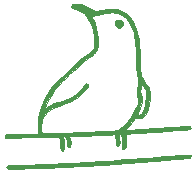
<source format=gbr>
%TF.GenerationSoftware,KiCad,Pcbnew,(5.1.9-0-10_14)*%
%TF.CreationDate,2021-04-19T01:19:29-05:00*%
%TF.ProjectId,wren-left-bottom,7772656e-2d6c-4656-9674-2d626f74746f,rev?*%
%TF.SameCoordinates,Original*%
%TF.FileFunction,Legend,Top*%
%TF.FilePolarity,Positive*%
%FSLAX46Y46*%
G04 Gerber Fmt 4.6, Leading zero omitted, Abs format (unit mm)*
G04 Created by KiCad (PCBNEW (5.1.9-0-10_14)) date 2021-04-19 01:19:29*
%MOMM*%
%LPD*%
G01*
G04 APERTURE LIST*
%ADD10C,0.010000*%
G04 APERTURE END LIST*
D10*
%TO.C,G\u002A\u002A\u002A*%
G36*
X249175445Y-83604162D02*
G01*
X249229937Y-83661970D01*
X249234527Y-83750313D01*
X249193493Y-83834668D01*
X249142250Y-83871913D01*
X249083113Y-83882327D01*
X248946187Y-83898266D01*
X248738129Y-83919204D01*
X248465600Y-83944617D01*
X248135259Y-83973979D01*
X247753767Y-84006766D01*
X247327781Y-84042451D01*
X246863963Y-84080509D01*
X246368972Y-84120416D01*
X245849467Y-84161645D01*
X245312108Y-84203672D01*
X244763555Y-84245972D01*
X244210467Y-84288019D01*
X243659504Y-84329287D01*
X243117326Y-84369252D01*
X242590591Y-84407389D01*
X242085961Y-84443171D01*
X241610094Y-84476075D01*
X241169650Y-84505573D01*
X240834333Y-84527185D01*
X240445650Y-84550553D01*
X240005665Y-84575004D01*
X239524296Y-84600127D01*
X239011460Y-84625509D01*
X238477074Y-84650738D01*
X237931054Y-84675399D01*
X237383318Y-84699082D01*
X236843782Y-84721374D01*
X236322363Y-84741861D01*
X235828979Y-84760131D01*
X235373547Y-84775771D01*
X234965982Y-84788370D01*
X234616203Y-84797513D01*
X234334126Y-84802789D01*
X234182600Y-84803960D01*
X233958549Y-84801197D01*
X233805962Y-84791574D01*
X233711802Y-84773579D01*
X233663034Y-84745701D01*
X233661079Y-84743456D01*
X233630955Y-84656199D01*
X233668869Y-84574900D01*
X233759411Y-84519833D01*
X233840239Y-84507708D01*
X234005632Y-84505537D01*
X234246390Y-84499656D01*
X234553312Y-84490445D01*
X234917195Y-84478285D01*
X235328836Y-84463555D01*
X235779034Y-84446635D01*
X236258586Y-84427906D01*
X236758290Y-84407746D01*
X237268944Y-84386536D01*
X237781345Y-84364656D01*
X238286290Y-84342486D01*
X238774579Y-84320406D01*
X239237008Y-84298794D01*
X239664375Y-84278033D01*
X240047478Y-84258501D01*
X240377114Y-84240578D01*
X240538000Y-84231200D01*
X240904972Y-84208134D01*
X241346668Y-84178684D01*
X241853444Y-84143571D01*
X242415655Y-84103511D01*
X243023657Y-84059222D01*
X243667806Y-84011423D01*
X244338457Y-83960831D01*
X245025966Y-83908165D01*
X245720688Y-83854142D01*
X246412980Y-83799480D01*
X247093196Y-83744898D01*
X247344528Y-83724488D01*
X247724472Y-83694198D01*
X248079372Y-83667192D01*
X248400094Y-83644070D01*
X248677505Y-83625434D01*
X248902473Y-83611882D01*
X249065864Y-83604016D01*
X249158545Y-83602435D01*
X249175445Y-83604162D01*
G37*
X249175445Y-83604162D02*
X249229937Y-83661970D01*
X249234527Y-83750313D01*
X249193493Y-83834668D01*
X249142250Y-83871913D01*
X249083113Y-83882327D01*
X248946187Y-83898266D01*
X248738129Y-83919204D01*
X248465600Y-83944617D01*
X248135259Y-83973979D01*
X247753767Y-84006766D01*
X247327781Y-84042451D01*
X246863963Y-84080509D01*
X246368972Y-84120416D01*
X245849467Y-84161645D01*
X245312108Y-84203672D01*
X244763555Y-84245972D01*
X244210467Y-84288019D01*
X243659504Y-84329287D01*
X243117326Y-84369252D01*
X242590591Y-84407389D01*
X242085961Y-84443171D01*
X241610094Y-84476075D01*
X241169650Y-84505573D01*
X240834333Y-84527185D01*
X240445650Y-84550553D01*
X240005665Y-84575004D01*
X239524296Y-84600127D01*
X239011460Y-84625509D01*
X238477074Y-84650738D01*
X237931054Y-84675399D01*
X237383318Y-84699082D01*
X236843782Y-84721374D01*
X236322363Y-84741861D01*
X235828979Y-84760131D01*
X235373547Y-84775771D01*
X234965982Y-84788370D01*
X234616203Y-84797513D01*
X234334126Y-84802789D01*
X234182600Y-84803960D01*
X233958549Y-84801197D01*
X233805962Y-84791574D01*
X233711802Y-84773579D01*
X233663034Y-84745701D01*
X233661079Y-84743456D01*
X233630955Y-84656199D01*
X233668869Y-84574900D01*
X233759411Y-84519833D01*
X233840239Y-84507708D01*
X234005632Y-84505537D01*
X234246390Y-84499656D01*
X234553312Y-84490445D01*
X234917195Y-84478285D01*
X235328836Y-84463555D01*
X235779034Y-84446635D01*
X236258586Y-84427906D01*
X236758290Y-84407746D01*
X237268944Y-84386536D01*
X237781345Y-84364656D01*
X238286290Y-84342486D01*
X238774579Y-84320406D01*
X239237008Y-84298794D01*
X239664375Y-84278033D01*
X240047478Y-84258501D01*
X240377114Y-84240578D01*
X240538000Y-84231200D01*
X240904972Y-84208134D01*
X241346668Y-84178684D01*
X241853444Y-84143571D01*
X242415655Y-84103511D01*
X243023657Y-84059222D01*
X243667806Y-84011423D01*
X244338457Y-83960831D01*
X245025966Y-83908165D01*
X245720688Y-83854142D01*
X246412980Y-83799480D01*
X247093196Y-83744898D01*
X247344528Y-83724488D01*
X247724472Y-83694198D01*
X248079372Y-83667192D01*
X248400094Y-83644070D01*
X248677505Y-83625434D01*
X248902473Y-83611882D01*
X249065864Y-83604016D01*
X249158545Y-83602435D01*
X249175445Y-83604162D01*
G36*
X239582811Y-70840106D02*
G01*
X239639674Y-70842675D01*
X239781355Y-70850666D01*
X239895814Y-70863175D01*
X240000782Y-70886124D01*
X240113986Y-70925439D01*
X240253156Y-70987042D01*
X240436022Y-71076857D01*
X240620675Y-71170451D01*
X241229768Y-71480446D01*
X241726629Y-71367146D01*
X242166347Y-71284523D01*
X242551783Y-71253387D01*
X242897621Y-71276116D01*
X243218547Y-71355086D01*
X243529246Y-71492676D01*
X243844404Y-71691262D01*
X243877817Y-71715359D01*
X244096794Y-71920957D01*
X244298808Y-72203395D01*
X244480181Y-72555894D01*
X244637230Y-72971675D01*
X244725533Y-73276549D01*
X244785880Y-73565711D01*
X244838510Y-73935270D01*
X244883052Y-74381279D01*
X244919134Y-74899786D01*
X244946386Y-75486844D01*
X244953614Y-75702683D01*
X244964255Y-76041806D01*
X244973878Y-76307900D01*
X244983697Y-76512577D01*
X244994929Y-76667445D01*
X245008788Y-76784114D01*
X245026490Y-76874194D01*
X245049250Y-76949294D01*
X245078282Y-77021025D01*
X245095631Y-77059474D01*
X245183926Y-77219156D01*
X245303715Y-77395226D01*
X245406152Y-77522712D01*
X245570410Y-77724057D01*
X245680377Y-77907470D01*
X245745504Y-78099192D01*
X245775245Y-78325465D01*
X245779809Y-78560083D01*
X245758145Y-78934317D01*
X245703811Y-79305476D01*
X245621531Y-79654112D01*
X245516027Y-79960781D01*
X245392021Y-80206035D01*
X245373011Y-80235013D01*
X245237504Y-80401375D01*
X245093753Y-80497945D01*
X244916038Y-80537773D01*
X244772831Y-80539520D01*
X244505813Y-80529291D01*
X244205285Y-80905644D01*
X244070290Y-81069930D01*
X243940066Y-81220114D01*
X243831591Y-81337049D01*
X243773880Y-81392124D01*
X243643003Y-81502250D01*
X243847335Y-81502177D01*
X243952909Y-81499220D01*
X244133706Y-81490785D01*
X244380500Y-81477458D01*
X244684064Y-81459825D01*
X245035174Y-81438470D01*
X245424602Y-81413980D01*
X245843122Y-81386940D01*
X246281508Y-81357935D01*
X246730534Y-81327550D01*
X247180975Y-81296372D01*
X247623603Y-81264986D01*
X247895487Y-81245282D01*
X248210224Y-81223204D01*
X248499062Y-81204739D01*
X248750770Y-81190463D01*
X248954118Y-81180950D01*
X249097874Y-81176776D01*
X249170808Y-81178517D01*
X249176071Y-81179686D01*
X249222081Y-81235662D01*
X249236255Y-81327976D01*
X249216143Y-81413568D01*
X249190947Y-81441357D01*
X249137357Y-81451656D01*
X249007014Y-81466555D01*
X248807672Y-81485471D01*
X248547086Y-81507821D01*
X248233010Y-81533022D01*
X247873199Y-81560491D01*
X247475408Y-81589645D01*
X247047390Y-81619901D01*
X246596900Y-81650676D01*
X246131693Y-81681387D01*
X245659524Y-81711452D01*
X245321666Y-81732245D01*
X245007472Y-81751588D01*
X244705602Y-81770727D01*
X244431224Y-81788657D01*
X244199504Y-81804375D01*
X244025611Y-81816876D01*
X243941466Y-81823608D01*
X243661933Y-81848260D01*
X243723780Y-82024505D01*
X243757502Y-82176254D01*
X243777178Y-82378683D01*
X243782091Y-82598863D01*
X243771524Y-82803865D01*
X243744763Y-82960757D01*
X243744184Y-82962750D01*
X243701060Y-83054943D01*
X243626869Y-83087667D01*
X243582954Y-83089750D01*
X243459000Y-83089750D01*
X243458784Y-82624083D01*
X243448129Y-82326724D01*
X243417235Y-82097444D01*
X243367253Y-81940268D01*
X243299335Y-81859217D01*
X243237548Y-81850756D01*
X243181802Y-81891988D01*
X243177732Y-81928097D01*
X243187458Y-81997409D01*
X243199666Y-82126171D01*
X243212043Y-82289305D01*
X243214587Y-82327750D01*
X243223156Y-82503540D01*
X243219036Y-82618595D01*
X243198784Y-82696338D01*
X243158958Y-82760194D01*
X243149257Y-82772250D01*
X243078287Y-82841806D01*
X243018489Y-82847680D01*
X242985402Y-82831173D01*
X242945004Y-82791020D01*
X242920209Y-82718648D01*
X242906896Y-82595270D01*
X242901802Y-82450173D01*
X242892544Y-82272736D01*
X242874461Y-82113507D01*
X242851238Y-82003690D01*
X242848043Y-81994695D01*
X242801148Y-81873307D01*
X242410407Y-81900506D01*
X242297951Y-81907263D01*
X242117603Y-81916801D01*
X241881344Y-81928582D01*
X241601151Y-81942069D01*
X241289005Y-81956723D01*
X240956885Y-81972005D01*
X240616771Y-81987379D01*
X240280642Y-82002306D01*
X239960476Y-82016247D01*
X239668255Y-82028665D01*
X239415956Y-82039022D01*
X239215560Y-82046780D01*
X239079046Y-82051401D01*
X239026743Y-82052483D01*
X238983341Y-82059971D01*
X238978317Y-82096961D01*
X239010402Y-82185507D01*
X239018023Y-82203850D01*
X239055483Y-82342277D01*
X239071910Y-82509356D01*
X239068488Y-82680094D01*
X239046403Y-82829502D01*
X239006840Y-82932587D01*
X238982250Y-82958114D01*
X238888871Y-82989441D01*
X238822388Y-82946780D01*
X238781112Y-82827546D01*
X238763351Y-82629151D01*
X238763184Y-82622785D01*
X238739731Y-82373664D01*
X238684681Y-82192827D01*
X238599996Y-82084524D01*
X238500383Y-82052583D01*
X238424196Y-82063395D01*
X238415064Y-82106001D01*
X238422755Y-82126666D01*
X238503190Y-82370787D01*
X238545645Y-82624080D01*
X238549311Y-82864261D01*
X238513380Y-83069047D01*
X238461175Y-83184159D01*
X238397875Y-83262083D01*
X238337735Y-83272023D01*
X238274177Y-83239437D01*
X238242625Y-83197373D01*
X238222922Y-83109966D01*
X238212980Y-82962972D01*
X238210677Y-82806168D01*
X238202436Y-82559358D01*
X238177592Y-82378175D01*
X238136630Y-82251002D01*
X238063594Y-82089589D01*
X236654963Y-82124002D01*
X236265752Y-82132804D01*
X235857710Y-82140774D01*
X235450628Y-82147613D01*
X235064297Y-82153022D01*
X234718508Y-82156703D01*
X234433051Y-82158355D01*
X234378500Y-82158416D01*
X233510666Y-82158416D01*
X233497248Y-82041759D01*
X233505909Y-81944118D01*
X233540734Y-81903265D01*
X233595676Y-81896988D01*
X233724656Y-81889461D01*
X233917062Y-81881083D01*
X234162280Y-81872252D01*
X234449698Y-81863364D01*
X234768705Y-81854819D01*
X234945913Y-81850589D01*
X236294187Y-81819750D01*
X236286576Y-81345275D01*
X236288802Y-81299361D01*
X236595139Y-81299361D01*
X236604744Y-81519133D01*
X236632025Y-81811184D01*
X237547845Y-81783171D01*
X237855907Y-81773410D01*
X238223414Y-81761219D01*
X238625209Y-81747467D01*
X239036136Y-81733021D01*
X239431037Y-81718750D01*
X239649000Y-81710663D01*
X240037452Y-81695490D01*
X240470822Y-81677567D01*
X240920245Y-81658153D01*
X241356862Y-81638506D01*
X241751809Y-81619887D01*
X241920741Y-81611551D01*
X242252805Y-81594577D01*
X242511726Y-81580101D01*
X242708931Y-81566622D01*
X242855852Y-81552639D01*
X242963914Y-81536653D01*
X243044549Y-81517161D01*
X243109184Y-81492664D01*
X243169249Y-81461661D01*
X243200766Y-81443469D01*
X243428916Y-81279004D01*
X243673686Y-81047433D01*
X243923804Y-80761587D01*
X244167999Y-80434300D01*
X244305514Y-80219498D01*
X244707833Y-80219498D01*
X244745010Y-80227926D01*
X244836947Y-80226140D01*
X244862377Y-80224222D01*
X245014023Y-80179913D01*
X245095064Y-80105250D01*
X245189057Y-79936934D01*
X245274879Y-79707632D01*
X245349339Y-79436625D01*
X245409247Y-79143193D01*
X245451413Y-78846618D01*
X245472647Y-78566179D01*
X245469757Y-78321158D01*
X245439555Y-78130834D01*
X245427697Y-78094935D01*
X245381199Y-78005344D01*
X245307218Y-77893672D01*
X245222978Y-77782412D01*
X245145704Y-77694055D01*
X245092620Y-77651093D01*
X245086894Y-77649916D01*
X245066713Y-77688474D01*
X245040895Y-77790403D01*
X245014491Y-77935085D01*
X245010348Y-77962183D01*
X244987673Y-78153775D01*
X244987746Y-78301175D01*
X245011762Y-78442067D01*
X245027470Y-78501933D01*
X245088680Y-78753958D01*
X245115741Y-78970828D01*
X245106062Y-79174962D01*
X245057054Y-79388778D01*
X244966129Y-79634697D01*
X244872187Y-79846526D01*
X244800374Y-80003495D01*
X244744476Y-80129114D01*
X244712433Y-80205368D01*
X244707833Y-80219498D01*
X244305514Y-80219498D01*
X244385328Y-80094827D01*
X244562772Y-79778528D01*
X244688230Y-79512092D01*
X244765026Y-79281279D01*
X244796489Y-79071853D01*
X244785943Y-78869573D01*
X244736716Y-78660203D01*
X244727351Y-78630813D01*
X244677587Y-78362629D01*
X244683738Y-78039725D01*
X244745464Y-77670650D01*
X244769652Y-77571735D01*
X244803987Y-77428432D01*
X244815815Y-77323095D01*
X244803675Y-77220416D01*
X244766108Y-77085088D01*
X244747022Y-77024545D01*
X244719416Y-76929560D01*
X244697145Y-76829147D01*
X244679222Y-76711589D01*
X244664657Y-76565168D01*
X244652461Y-76378167D01*
X244641645Y-76138867D01*
X244631220Y-75835553D01*
X244622933Y-75554416D01*
X244605385Y-75048049D01*
X244582649Y-74613647D01*
X244553297Y-74238589D01*
X244515896Y-73910258D01*
X244469019Y-73616033D01*
X244411234Y-73343296D01*
X244343327Y-73087056D01*
X244199300Y-72679697D01*
X244021624Y-72344450D01*
X243804104Y-72073335D01*
X243540548Y-71858372D01*
X243278372Y-71715052D01*
X243039089Y-71623904D01*
X242799877Y-71572554D01*
X242542870Y-71560506D01*
X242250203Y-71587266D01*
X241904009Y-71652338D01*
X241808000Y-71674300D01*
X241579757Y-71726160D01*
X241359223Y-71773056D01*
X241170792Y-71809998D01*
X241038859Y-71831997D01*
X241033779Y-71832667D01*
X240912068Y-71853041D01*
X240836148Y-71874820D01*
X240822355Y-71887671D01*
X240847247Y-71936303D01*
X240899485Y-72036624D01*
X240957092Y-72146583D01*
X241114551Y-72498001D01*
X241241321Y-72885294D01*
X241334249Y-73289158D01*
X241390179Y-73690290D01*
X241405957Y-74069388D01*
X241378428Y-74407148D01*
X241349392Y-74547049D01*
X241290692Y-74706278D01*
X241207778Y-74856481D01*
X241169476Y-74907341D01*
X241123649Y-74958949D01*
X241074651Y-75009721D01*
X241013861Y-75066943D01*
X240932653Y-75137904D01*
X240822405Y-75229889D01*
X240674493Y-75350187D01*
X240480294Y-75506085D01*
X240231184Y-75704870D01*
X240135833Y-75780824D01*
X239878687Y-75992774D01*
X239586560Y-76245520D01*
X239275378Y-76524292D01*
X238961068Y-76814320D01*
X238659560Y-77100833D01*
X238386779Y-77369062D01*
X238158654Y-77604235D01*
X238093125Y-77675105D01*
X237701609Y-78143095D01*
X237378746Y-78615208D01*
X237110413Y-79113370D01*
X236985840Y-79394581D01*
X236919826Y-79556237D01*
X236868286Y-79686603D01*
X236838418Y-79767258D01*
X236833833Y-79783656D01*
X236864718Y-79770247D01*
X236947029Y-79715533D01*
X237065246Y-79630045D01*
X237112932Y-79594273D01*
X237393450Y-79398312D01*
X237649808Y-79258079D01*
X237907922Y-79161035D01*
X238113974Y-79109924D01*
X238567960Y-78978943D01*
X239009711Y-78779432D01*
X239423509Y-78521775D01*
X239793633Y-78216356D01*
X240104366Y-77873562D01*
X240210964Y-77724600D01*
X240315135Y-77605230D01*
X240413786Y-77568843D01*
X240505133Y-77615977D01*
X240519528Y-77631996D01*
X240543939Y-77706179D01*
X240514276Y-77810675D01*
X240427318Y-77950505D01*
X240279848Y-78130690D01*
X240068645Y-78356251D01*
X240030000Y-78395594D01*
X239675144Y-78718596D01*
X239304675Y-78979202D01*
X238901227Y-79186789D01*
X238447437Y-79350735D01*
X238085112Y-79445797D01*
X237841131Y-79529082D01*
X237578165Y-79664581D01*
X237316009Y-79837661D01*
X237074455Y-80033688D01*
X236873298Y-80238027D01*
X236732332Y-80436043D01*
X236723608Y-80452408D01*
X236671296Y-80600866D01*
X236630574Y-80808320D01*
X236604252Y-81049557D01*
X236595139Y-81299361D01*
X236288802Y-81299361D01*
X236318093Y-80695252D01*
X236432791Y-80054808D01*
X236629427Y-79427101D01*
X236906759Y-78815289D01*
X237263544Y-78222531D01*
X237698540Y-77651986D01*
X237773318Y-77565250D01*
X238015914Y-77301582D01*
X238311511Y-77001649D01*
X238644920Y-76679375D01*
X239000954Y-76348684D01*
X239364425Y-76023499D01*
X239720146Y-75717744D01*
X240052930Y-75445343D01*
X240262833Y-75282913D01*
X240535567Y-75071670D01*
X240742593Y-74896024D01*
X240891382Y-74748996D01*
X240989408Y-74623605D01*
X241014599Y-74580750D01*
X241054223Y-74452162D01*
X241077322Y-74260194D01*
X241084234Y-74024440D01*
X241075295Y-73764490D01*
X241050842Y-73499936D01*
X241011210Y-73250370D01*
X240990106Y-73154677D01*
X240847069Y-72672041D01*
X240668911Y-72263510D01*
X240451876Y-71924547D01*
X240192210Y-71650614D01*
X239886161Y-71437176D01*
X239529973Y-71279694D01*
X239406597Y-71240896D01*
X239223740Y-71171555D01*
X239119154Y-71092803D01*
X239094880Y-71007488D01*
X239152959Y-70918459D01*
X239166997Y-70906492D01*
X239228099Y-70866674D01*
X239303471Y-70844268D01*
X239414559Y-70836377D01*
X239582811Y-70840106D01*
G37*
X239582811Y-70840106D02*
X239639674Y-70842675D01*
X239781355Y-70850666D01*
X239895814Y-70863175D01*
X240000782Y-70886124D01*
X240113986Y-70925439D01*
X240253156Y-70987042D01*
X240436022Y-71076857D01*
X240620675Y-71170451D01*
X241229768Y-71480446D01*
X241726629Y-71367146D01*
X242166347Y-71284523D01*
X242551783Y-71253387D01*
X242897621Y-71276116D01*
X243218547Y-71355086D01*
X243529246Y-71492676D01*
X243844404Y-71691262D01*
X243877817Y-71715359D01*
X244096794Y-71920957D01*
X244298808Y-72203395D01*
X244480181Y-72555894D01*
X244637230Y-72971675D01*
X244725533Y-73276549D01*
X244785880Y-73565711D01*
X244838510Y-73935270D01*
X244883052Y-74381279D01*
X244919134Y-74899786D01*
X244946386Y-75486844D01*
X244953614Y-75702683D01*
X244964255Y-76041806D01*
X244973878Y-76307900D01*
X244983697Y-76512577D01*
X244994929Y-76667445D01*
X245008788Y-76784114D01*
X245026490Y-76874194D01*
X245049250Y-76949294D01*
X245078282Y-77021025D01*
X245095631Y-77059474D01*
X245183926Y-77219156D01*
X245303715Y-77395226D01*
X245406152Y-77522712D01*
X245570410Y-77724057D01*
X245680377Y-77907470D01*
X245745504Y-78099192D01*
X245775245Y-78325465D01*
X245779809Y-78560083D01*
X245758145Y-78934317D01*
X245703811Y-79305476D01*
X245621531Y-79654112D01*
X245516027Y-79960781D01*
X245392021Y-80206035D01*
X245373011Y-80235013D01*
X245237504Y-80401375D01*
X245093753Y-80497945D01*
X244916038Y-80537773D01*
X244772831Y-80539520D01*
X244505813Y-80529291D01*
X244205285Y-80905644D01*
X244070290Y-81069930D01*
X243940066Y-81220114D01*
X243831591Y-81337049D01*
X243773880Y-81392124D01*
X243643003Y-81502250D01*
X243847335Y-81502177D01*
X243952909Y-81499220D01*
X244133706Y-81490785D01*
X244380500Y-81477458D01*
X244684064Y-81459825D01*
X245035174Y-81438470D01*
X245424602Y-81413980D01*
X245843122Y-81386940D01*
X246281508Y-81357935D01*
X246730534Y-81327550D01*
X247180975Y-81296372D01*
X247623603Y-81264986D01*
X247895487Y-81245282D01*
X248210224Y-81223204D01*
X248499062Y-81204739D01*
X248750770Y-81190463D01*
X248954118Y-81180950D01*
X249097874Y-81176776D01*
X249170808Y-81178517D01*
X249176071Y-81179686D01*
X249222081Y-81235662D01*
X249236255Y-81327976D01*
X249216143Y-81413568D01*
X249190947Y-81441357D01*
X249137357Y-81451656D01*
X249007014Y-81466555D01*
X248807672Y-81485471D01*
X248547086Y-81507821D01*
X248233010Y-81533022D01*
X247873199Y-81560491D01*
X247475408Y-81589645D01*
X247047390Y-81619901D01*
X246596900Y-81650676D01*
X246131693Y-81681387D01*
X245659524Y-81711452D01*
X245321666Y-81732245D01*
X245007472Y-81751588D01*
X244705602Y-81770727D01*
X244431224Y-81788657D01*
X244199504Y-81804375D01*
X244025611Y-81816876D01*
X243941466Y-81823608D01*
X243661933Y-81848260D01*
X243723780Y-82024505D01*
X243757502Y-82176254D01*
X243777178Y-82378683D01*
X243782091Y-82598863D01*
X243771524Y-82803865D01*
X243744763Y-82960757D01*
X243744184Y-82962750D01*
X243701060Y-83054943D01*
X243626869Y-83087667D01*
X243582954Y-83089750D01*
X243459000Y-83089750D01*
X243458784Y-82624083D01*
X243448129Y-82326724D01*
X243417235Y-82097444D01*
X243367253Y-81940268D01*
X243299335Y-81859217D01*
X243237548Y-81850756D01*
X243181802Y-81891988D01*
X243177732Y-81928097D01*
X243187458Y-81997409D01*
X243199666Y-82126171D01*
X243212043Y-82289305D01*
X243214587Y-82327750D01*
X243223156Y-82503540D01*
X243219036Y-82618595D01*
X243198784Y-82696338D01*
X243158958Y-82760194D01*
X243149257Y-82772250D01*
X243078287Y-82841806D01*
X243018489Y-82847680D01*
X242985402Y-82831173D01*
X242945004Y-82791020D01*
X242920209Y-82718648D01*
X242906896Y-82595270D01*
X242901802Y-82450173D01*
X242892544Y-82272736D01*
X242874461Y-82113507D01*
X242851238Y-82003690D01*
X242848043Y-81994695D01*
X242801148Y-81873307D01*
X242410407Y-81900506D01*
X242297951Y-81907263D01*
X242117603Y-81916801D01*
X241881344Y-81928582D01*
X241601151Y-81942069D01*
X241289005Y-81956723D01*
X240956885Y-81972005D01*
X240616771Y-81987379D01*
X240280642Y-82002306D01*
X239960476Y-82016247D01*
X239668255Y-82028665D01*
X239415956Y-82039022D01*
X239215560Y-82046780D01*
X239079046Y-82051401D01*
X239026743Y-82052483D01*
X238983341Y-82059971D01*
X238978317Y-82096961D01*
X239010402Y-82185507D01*
X239018023Y-82203850D01*
X239055483Y-82342277D01*
X239071910Y-82509356D01*
X239068488Y-82680094D01*
X239046403Y-82829502D01*
X239006840Y-82932587D01*
X238982250Y-82958114D01*
X238888871Y-82989441D01*
X238822388Y-82946780D01*
X238781112Y-82827546D01*
X238763351Y-82629151D01*
X238763184Y-82622785D01*
X238739731Y-82373664D01*
X238684681Y-82192827D01*
X238599996Y-82084524D01*
X238500383Y-82052583D01*
X238424196Y-82063395D01*
X238415064Y-82106001D01*
X238422755Y-82126666D01*
X238503190Y-82370787D01*
X238545645Y-82624080D01*
X238549311Y-82864261D01*
X238513380Y-83069047D01*
X238461175Y-83184159D01*
X238397875Y-83262083D01*
X238337735Y-83272023D01*
X238274177Y-83239437D01*
X238242625Y-83197373D01*
X238222922Y-83109966D01*
X238212980Y-82962972D01*
X238210677Y-82806168D01*
X238202436Y-82559358D01*
X238177592Y-82378175D01*
X238136630Y-82251002D01*
X238063594Y-82089589D01*
X236654963Y-82124002D01*
X236265752Y-82132804D01*
X235857710Y-82140774D01*
X235450628Y-82147613D01*
X235064297Y-82153022D01*
X234718508Y-82156703D01*
X234433051Y-82158355D01*
X234378500Y-82158416D01*
X233510666Y-82158416D01*
X233497248Y-82041759D01*
X233505909Y-81944118D01*
X233540734Y-81903265D01*
X233595676Y-81896988D01*
X233724656Y-81889461D01*
X233917062Y-81881083D01*
X234162280Y-81872252D01*
X234449698Y-81863364D01*
X234768705Y-81854819D01*
X234945913Y-81850589D01*
X236294187Y-81819750D01*
X236286576Y-81345275D01*
X236288802Y-81299361D01*
X236595139Y-81299361D01*
X236604744Y-81519133D01*
X236632025Y-81811184D01*
X237547845Y-81783171D01*
X237855907Y-81773410D01*
X238223414Y-81761219D01*
X238625209Y-81747467D01*
X239036136Y-81733021D01*
X239431037Y-81718750D01*
X239649000Y-81710663D01*
X240037452Y-81695490D01*
X240470822Y-81677567D01*
X240920245Y-81658153D01*
X241356862Y-81638506D01*
X241751809Y-81619887D01*
X241920741Y-81611551D01*
X242252805Y-81594577D01*
X242511726Y-81580101D01*
X242708931Y-81566622D01*
X242855852Y-81552639D01*
X242963914Y-81536653D01*
X243044549Y-81517161D01*
X243109184Y-81492664D01*
X243169249Y-81461661D01*
X243200766Y-81443469D01*
X243428916Y-81279004D01*
X243673686Y-81047433D01*
X243923804Y-80761587D01*
X244167999Y-80434300D01*
X244305514Y-80219498D01*
X244707833Y-80219498D01*
X244745010Y-80227926D01*
X244836947Y-80226140D01*
X244862377Y-80224222D01*
X245014023Y-80179913D01*
X245095064Y-80105250D01*
X245189057Y-79936934D01*
X245274879Y-79707632D01*
X245349339Y-79436625D01*
X245409247Y-79143193D01*
X245451413Y-78846618D01*
X245472647Y-78566179D01*
X245469757Y-78321158D01*
X245439555Y-78130834D01*
X245427697Y-78094935D01*
X245381199Y-78005344D01*
X245307218Y-77893672D01*
X245222978Y-77782412D01*
X245145704Y-77694055D01*
X245092620Y-77651093D01*
X245086894Y-77649916D01*
X245066713Y-77688474D01*
X245040895Y-77790403D01*
X245014491Y-77935085D01*
X245010348Y-77962183D01*
X244987673Y-78153775D01*
X244987746Y-78301175D01*
X245011762Y-78442067D01*
X245027470Y-78501933D01*
X245088680Y-78753958D01*
X245115741Y-78970828D01*
X245106062Y-79174962D01*
X245057054Y-79388778D01*
X244966129Y-79634697D01*
X244872187Y-79846526D01*
X244800374Y-80003495D01*
X244744476Y-80129114D01*
X244712433Y-80205368D01*
X244707833Y-80219498D01*
X244305514Y-80219498D01*
X244385328Y-80094827D01*
X244562772Y-79778528D01*
X244688230Y-79512092D01*
X244765026Y-79281279D01*
X244796489Y-79071853D01*
X244785943Y-78869573D01*
X244736716Y-78660203D01*
X244727351Y-78630813D01*
X244677587Y-78362629D01*
X244683738Y-78039725D01*
X244745464Y-77670650D01*
X244769652Y-77571735D01*
X244803987Y-77428432D01*
X244815815Y-77323095D01*
X244803675Y-77220416D01*
X244766108Y-77085088D01*
X244747022Y-77024545D01*
X244719416Y-76929560D01*
X244697145Y-76829147D01*
X244679222Y-76711589D01*
X244664657Y-76565168D01*
X244652461Y-76378167D01*
X244641645Y-76138867D01*
X244631220Y-75835553D01*
X244622933Y-75554416D01*
X244605385Y-75048049D01*
X244582649Y-74613647D01*
X244553297Y-74238589D01*
X244515896Y-73910258D01*
X244469019Y-73616033D01*
X244411234Y-73343296D01*
X244343327Y-73087056D01*
X244199300Y-72679697D01*
X244021624Y-72344450D01*
X243804104Y-72073335D01*
X243540548Y-71858372D01*
X243278372Y-71715052D01*
X243039089Y-71623904D01*
X242799877Y-71572554D01*
X242542870Y-71560506D01*
X242250203Y-71587266D01*
X241904009Y-71652338D01*
X241808000Y-71674300D01*
X241579757Y-71726160D01*
X241359223Y-71773056D01*
X241170792Y-71809998D01*
X241038859Y-71831997D01*
X241033779Y-71832667D01*
X240912068Y-71853041D01*
X240836148Y-71874820D01*
X240822355Y-71887671D01*
X240847247Y-71936303D01*
X240899485Y-72036624D01*
X240957092Y-72146583D01*
X241114551Y-72498001D01*
X241241321Y-72885294D01*
X241334249Y-73289158D01*
X241390179Y-73690290D01*
X241405957Y-74069388D01*
X241378428Y-74407148D01*
X241349392Y-74547049D01*
X241290692Y-74706278D01*
X241207778Y-74856481D01*
X241169476Y-74907341D01*
X241123649Y-74958949D01*
X241074651Y-75009721D01*
X241013861Y-75066943D01*
X240932653Y-75137904D01*
X240822405Y-75229889D01*
X240674493Y-75350187D01*
X240480294Y-75506085D01*
X240231184Y-75704870D01*
X240135833Y-75780824D01*
X239878687Y-75992774D01*
X239586560Y-76245520D01*
X239275378Y-76524292D01*
X238961068Y-76814320D01*
X238659560Y-77100833D01*
X238386779Y-77369062D01*
X238158654Y-77604235D01*
X238093125Y-77675105D01*
X237701609Y-78143095D01*
X237378746Y-78615208D01*
X237110413Y-79113370D01*
X236985840Y-79394581D01*
X236919826Y-79556237D01*
X236868286Y-79686603D01*
X236838418Y-79767258D01*
X236833833Y-79783656D01*
X236864718Y-79770247D01*
X236947029Y-79715533D01*
X237065246Y-79630045D01*
X237112932Y-79594273D01*
X237393450Y-79398312D01*
X237649808Y-79258079D01*
X237907922Y-79161035D01*
X238113974Y-79109924D01*
X238567960Y-78978943D01*
X239009711Y-78779432D01*
X239423509Y-78521775D01*
X239793633Y-78216356D01*
X240104366Y-77873562D01*
X240210964Y-77724600D01*
X240315135Y-77605230D01*
X240413786Y-77568843D01*
X240505133Y-77615977D01*
X240519528Y-77631996D01*
X240543939Y-77706179D01*
X240514276Y-77810675D01*
X240427318Y-77950505D01*
X240279848Y-78130690D01*
X240068645Y-78356251D01*
X240030000Y-78395594D01*
X239675144Y-78718596D01*
X239304675Y-78979202D01*
X238901227Y-79186789D01*
X238447437Y-79350735D01*
X238085112Y-79445797D01*
X237841131Y-79529082D01*
X237578165Y-79664581D01*
X237316009Y-79837661D01*
X237074455Y-80033688D01*
X236873298Y-80238027D01*
X236732332Y-80436043D01*
X236723608Y-80452408D01*
X236671296Y-80600866D01*
X236630574Y-80808320D01*
X236604252Y-81049557D01*
X236595139Y-81299361D01*
X236288802Y-81299361D01*
X236318093Y-80695252D01*
X236432791Y-80054808D01*
X236629427Y-79427101D01*
X236906759Y-78815289D01*
X237263544Y-78222531D01*
X237698540Y-77651986D01*
X237773318Y-77565250D01*
X238015914Y-77301582D01*
X238311511Y-77001649D01*
X238644920Y-76679375D01*
X239000954Y-76348684D01*
X239364425Y-76023499D01*
X239720146Y-75717744D01*
X240052930Y-75445343D01*
X240262833Y-75282913D01*
X240535567Y-75071670D01*
X240742593Y-74896024D01*
X240891382Y-74748996D01*
X240989408Y-74623605D01*
X241014599Y-74580750D01*
X241054223Y-74452162D01*
X241077322Y-74260194D01*
X241084234Y-74024440D01*
X241075295Y-73764490D01*
X241050842Y-73499936D01*
X241011210Y-73250370D01*
X240990106Y-73154677D01*
X240847069Y-72672041D01*
X240668911Y-72263510D01*
X240451876Y-71924547D01*
X240192210Y-71650614D01*
X239886161Y-71437176D01*
X239529973Y-71279694D01*
X239406597Y-71240896D01*
X239223740Y-71171555D01*
X239119154Y-71092803D01*
X239094880Y-71007488D01*
X239152959Y-70918459D01*
X239166997Y-70906492D01*
X239228099Y-70866674D01*
X239303471Y-70844268D01*
X239414559Y-70836377D01*
X239582811Y-70840106D01*
G36*
X243222203Y-72174847D02*
G01*
X243281373Y-72194249D01*
X243406906Y-72285322D01*
X243474259Y-72414998D01*
X243482386Y-72559663D01*
X243430244Y-72695708D01*
X243316787Y-72799522D01*
X243308345Y-72804036D01*
X243204652Y-72852149D01*
X243131431Y-72859416D01*
X243045643Y-72826987D01*
X243015334Y-72811874D01*
X242892295Y-72713594D01*
X242832432Y-72589154D01*
X242828359Y-72455706D01*
X242872687Y-72330400D01*
X242958029Y-72230388D01*
X243076997Y-72172820D01*
X243222203Y-72174847D01*
G37*
X243222203Y-72174847D02*
X243281373Y-72194249D01*
X243406906Y-72285322D01*
X243474259Y-72414998D01*
X243482386Y-72559663D01*
X243430244Y-72695708D01*
X243316787Y-72799522D01*
X243308345Y-72804036D01*
X243204652Y-72852149D01*
X243131431Y-72859416D01*
X243045643Y-72826987D01*
X243015334Y-72811874D01*
X242892295Y-72713594D01*
X242832432Y-72589154D01*
X242828359Y-72455706D01*
X242872687Y-72330400D01*
X242958029Y-72230388D01*
X243076997Y-72172820D01*
X243222203Y-72174847D01*
%TD*%
M02*

</source>
